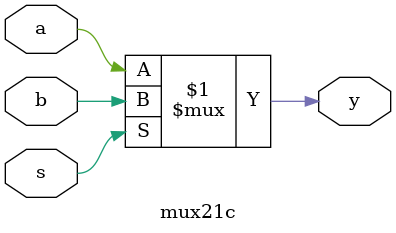
<source format=v>
module mux21c(
  input wire a,
  input wire b,
  input wire s,
  output reg y
);

  assign y = s ? b:a;
  
endmodule
</source>
